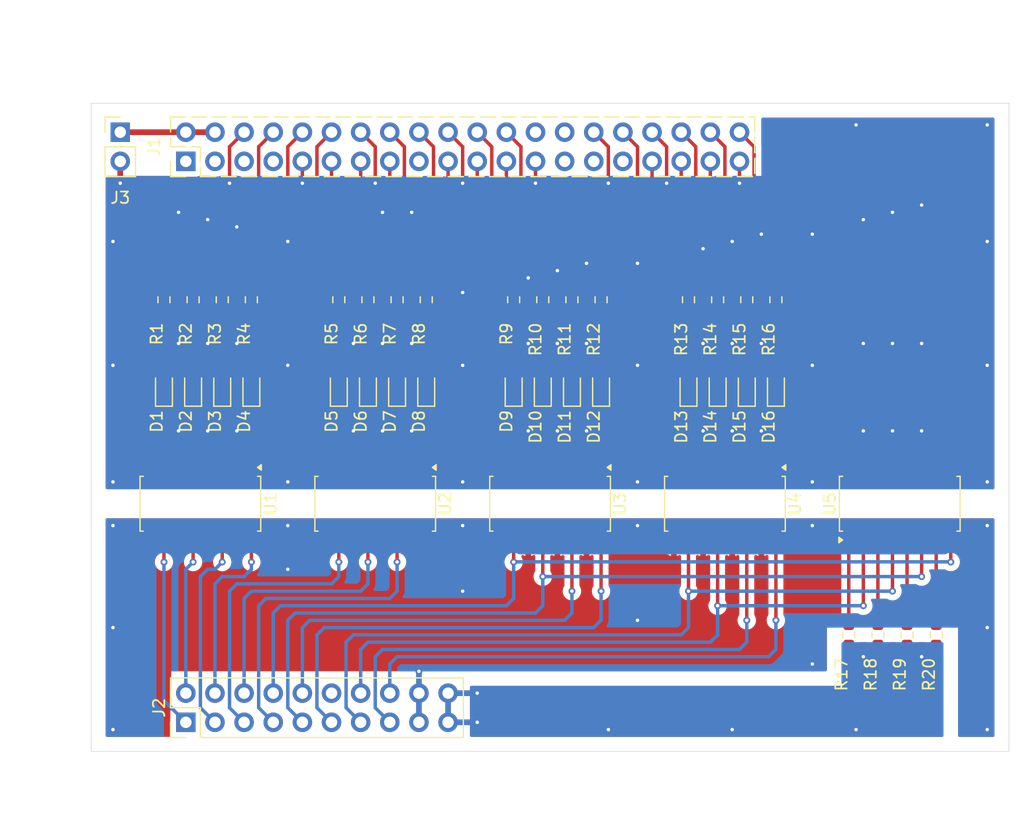
<source format=kicad_pcb>
(kicad_pcb (version 20241229) (generator "pcbnew") (generator_version "9.0")
  (layers (0 "F.Cu" signal) (2 "B.Cu" signal) (13 "F.Paste" user) (15 "B.Paste" user) (5 "F.SilkS" user "F.Silkscreen") (7 "B.SilkS" user "B.Silkscreen") (1 "F.Mask" user) (3 "B.Mask" user) (25 "Edge.Cuts" user))
  (net 0 "")
  (net 1 "Net-(D1-K)")
  (net 2 "Net-(D1-A)")
  (net 3 "Net-(D2-A)")
  (net 4 "Net-(D2-K)")
  (net 5 "Net-(D3-A)")
  (net 6 "Net-(D3-K)")
  (net 7 "Net-(D4-K)")
  (net 8 "Net-(D4-A)")
  (net 9 "Net-(D5-K)")
  (net 10 "Net-(D5-A)")
  (net 11 "Net-(D6-K)")
  (net 12 "Net-(D6-A)")
  (net 13 "Net-(D7-A)")
  (net 14 "Net-(D7-K)")
  (net 15 "Net-(D8-A)")
  (net 16 "Net-(D8-K)")
  (net 17 "Net-(D9-A)")
  (net 18 "Net-(D9-K)")
  (net 19 "Net-(D10-K)")
  (net 20 "Net-(D10-A)")
  (net 21 "Net-(D11-A)")
  (net 22 "Net-(D11-K)")
  (net 23 "Net-(D12-A)")
  (net 24 "Net-(D12-K)")
  (net 25 "Net-(D13-K)")
  (net 26 "Net-(D13-A)")
  (net 27 "Net-(D14-K)")
  (net 28 "Net-(D14-A)")
  (net 29 "Net-(D15-K)")
  (net 30 "Net-(D15-A)")
  (net 31 "Net-(D16-K)")
  (net 32 "Net-(D16-A)")
  (net 33 "/LEFT")
  (net 34 "/PS")
  (net 35 "/P1")
  (net 36 "/RIGHT")
  (net 37 "/K2")
  (net 38 "/P4")
  (net 39 "/P3")
  (net 40 "/K4")
  (net 41 "/P2")
  (net 42 "/SHARE")
  (net 43 "/OPT")
  (net 44 "/K3")
  (net 45 "/UP")
  (net 46 "/K1")
  (net 47 "/DOWN")
  (net 49 "/GND1")
  (net 50 "/VCC")
  (net 51 "/GND2")
  (net 52 "/GPIO26")
  (net 53 "/GPIO25")
  (net 54 "/GPIO10")
  (net 55 "/GPIO20")
  (net 56 "/GPIO21")
  (net 57 "/GPIO27")
  (net 58 "/GPIO12")
  (net 59 "/GPIO15")
  (net 60 "/GPIO24")
  (net 61 "/GPIO16")
  (net 62 "/GPIO18")
  (net 63 "/GPIO23")
  (net 64 "/GPIO22")
  (net 65 "/GPIO17")
  (net 66 "/GPIO11")
  (net 67 "/GPIO8")
  (net 68 "/GPIO14")
  (net 69 "/GPIO13")
  (net 70 "/GPIO9")
  (net 71 "/GPIO19")
  (net 74 "Net-(J3-Pin_1)")
  (net 84 "Net-(R17-Pad2)")
  (net 85 "Net-(R18-Pad2)")
  (net 86 "Net-(R19-Pad2)")
  (net 87 "Net-(R20-Pad2)")
  (footprint "LED_SMD:LED_0603_1608Metric_Pad1.05x0.95mm_HandSolder" (layer "F.Cu") (at 59.055 73.66 90)
    (property "Reference" "D2")
    (property "Value" "LED_Small")
  )
  (footprint "Connector_PinHeader_2.54mm:PinHeader_1x02_P2.54mm_Vertical" (layer "F.Cu") (at 52.705 51.435)
    (property "Reference" "J3")
    (property "Value" "Conn_01x02")
  )
  (footprint "Resistor_SMD:R_0603_1608Metric_Pad0.98x0.95mm_HandSolder" (layer "F.Cu") (at 89.535 66.04 90)
    (property "Reference" "R10")
    (property "Value" "10")
  )
  (footprint "LED_SMD:LED_0603_1608Metric_Pad1.05x0.95mm_HandSolder" (layer "F.Cu") (at 102.235 73.66 90)
    (property "Reference" "D13")
    (property "Value" "LED_Small")
  )
  (footprint "LED_SMD:LED_0603_1608Metric_Pad1.05x0.95mm_HandSolder" (layer "F.Cu") (at 94.615 73.66 90)
    (property "Reference" "D12")
    (property "Value" "LED_Small")
  )
  (footprint "Resistor_SMD:R_0603_1608Metric_Pad0.98x0.95mm_HandSolder" (layer "F.Cu") (at 94.615 66.04 90)
    (property "Reference" "R12")
    (property "Value" "10")
  )
  (footprint "LED_SMD:LED_0603_1608Metric_Pad1.05x0.95mm_HandSolder" (layer "F.Cu") (at 71.755 73.66 90)
    (property "Reference" "D5")
    (property "Value" "LED_Small")
  )
  (footprint "Resistor_SMD:R_0603_1608Metric_Pad0.98x0.95mm_HandSolder" (layer "F.Cu") (at 64.135 66.04 90)
    (property "Reference" "R4")
    (property "Value" "10")
  )
  (footprint "LED_SMD:LED_0603_1608Metric_Pad1.05x0.95mm_HandSolder" (layer "F.Cu") (at 89.535 73.66 90)
    (property "Reference" "D10")
    (property "Value" "LED_Small")
  )
  (footprint "LED_SMD:LED_0603_1608Metric_Pad1.05x0.95mm_HandSolder" (layer "F.Cu") (at 86.995 73.66 90)
    (property "Reference" "D9")
    (property "Value" "LED_Small")
  )
  (footprint "Resistor_SMD:R_0603_1608Metric_Pad0.98x0.95mm_HandSolder" (layer "F.Cu") (at 71.755 66.04 90)
    (property "Reference" "R5")
    (property "Value" "10")
  )
  (footprint "Resistor_SMD:R_0603_1608Metric_Pad0.98x0.95mm_HandSolder" (layer "F.Cu") (at 86.995 66.04 90)
    (property "Reference" "R9")
    (property "Value" "10")
  )
  (footprint "Package_SO:SOIC-16_4.55x10.3mm_P1.27mm" (layer "F.Cu") (at 90.17 83.82 -90)
    (property "Reference" "U3")
    (property "Value" "TLP293-4")
  )
  (footprint "Package_SO:SOIC-16_4.55x10.3mm_P1.27mm" (layer "F.Cu") (at 74.93 83.82 -90)
    (property "Reference" "U2")
    (property "Value" "TLP293-4")
  )
  (footprint "Resistor_SMD:R_0603_1608Metric_Pad0.98x0.95mm_HandSolder" (layer "F.Cu") (at 76.835 66.04 90)
    (property "Reference" "R7")
    (property "Value" "10")
  )
  (footprint "LED_SMD:LED_0603_1608Metric_Pad1.05x0.95mm_HandSolder" (layer "F.Cu") (at 109.855 73.66 90)
    (property "Reference" "D16")
    (property "Value" "LED_Small")
  )
  (footprint "Resistor_SMD:R_0603_1608Metric_Pad0.98x0.95mm_HandSolder" (layer "F.Cu") (at 116.205 95.25 90)
    (property "Reference" "R17")
    (property "Value" "680")
  )
  (footprint "LED_SMD:LED_0603_1608Metric_Pad1.05x0.95mm_HandSolder" (layer "F.Cu") (at 64.135 73.66 90)
    (property "Reference" "D4")
    (property "Value" "LED_Small")
  )
  (footprint "Connector_PinHeader_2.54mm:PinHeader_2x10_P2.54mm_Vertical" (layer "F.Cu") (at 58.42 102.87 90)
    (property "Reference" "J2")
    (property "Value" "Conn_01x20")
  )
  (footprint "Resistor_SMD:R_0603_1608Metric_Pad0.98x0.95mm_HandSolder" (layer "F.Cu") (at 102.235 66.04 90)
    (property "Reference" "R13")
    (property "Value" "10")
  )
  (footprint "Resistor_SMD:R_0603_1608Metric_Pad0.98x0.95mm_HandSolder" (layer "F.Cu") (at 61.595 66.04 90)
    (property "Reference" "R3")
    (property "Value" "10")
  )
  (footprint "Resistor_SMD:R_0603_1608Metric_Pad0.98x0.95mm_HandSolder" (layer "F.Cu") (at 118.745 95.25 90)
    (property "Reference" "R18")
    (property "Value" "680")
  )
  (footprint "LED_SMD:LED_0603_1608Metric_Pad1.05x0.95mm_HandSolder" (layer "F.Cu") (at 107.315 73.66 90)
    (property "Reference" "D15")
    (property "Value" "LED_Small")
  )
  (footprint "Package_SO:SOIC-16_4.55x10.3mm_P1.27mm" (layer "F.Cu") (at 59.69 83.82 -90)
    (property "Reference" "U1")
    (property "Value" "TLP293-4")
  )
  (footprint "LED_SMD:LED_0603_1608Metric_Pad1.05x0.95mm_HandSolder" (layer "F.Cu") (at 92.075 73.66 90)
    (property "Reference" "D11")
    (property "Value" "LED_Small")
  )
  (footprint "LED_SMD:LED_0603_1608Metric_Pad1.05x0.95mm_HandSolder" (layer "F.Cu") (at 56.515 73.66 90)
    (property "Reference" "D1")
    (property "Value" "LED_Small")
  )
  (footprint "Resistor_SMD:R_0603_1608Metric_Pad0.98x0.95mm_HandSolder" (layer "F.Cu") (at 109.855 66.04 90)
    (property "Reference" "R16")
    (property "Value" "10")
  )
  (footprint "LED_SMD:LED_0603_1608Metric_Pad1.05x0.95mm_HandSolder" (layer "F.Cu") (at 76.835 73.66 90)
    (property "Reference" "D7")
    (property "Value" "LED_Small")
  )
  (footprint "Resistor_SMD:R_0603_1608Metric_Pad0.98x0.95mm_HandSolder" (layer "F.Cu") (at 59.055 66.04 90)
    (property "Reference" "R2")
    (property "Value" "10")
  )
  (footprint "LED_SMD:LED_0603_1608Metric_Pad1.05x0.95mm_HandSolder" (layer "F.Cu") (at 74.295 73.66 90)
    (property "Reference" "D6")
    (property "Value" "LED_Small")
  )
  (footprint "Package_SO:SOIC-16_4.55x10.3mm_P1.27mm" (layer "F.Cu") (at 105.41 83.82 -90)
    (property "Reference" "U4")
    (property "Value" "TLP293-4")
  )
  (footprint "Resistor_SMD:R_0603_1608Metric_Pad0.98x0.95mm_HandSolder" (layer "F.Cu") (at 79.375 66.04 90)
    (property "Reference" "R8")
    (property "Value" "10")
  )
  (footprint "Resistor_SMD:R_0603_1608Metric_Pad0.98x0.95mm_HandSolder" (layer "F.Cu") (at 92.075 66.04 90)
    (property "Reference" "R11")
    (property "Value" "10")
  )
  (footprint "Resistor_SMD:R_0603_1608Metric_Pad0.98x0.95mm_HandSolder" (layer "F.Cu") (at 121.285 95.25 90)
    (property "Reference" "R19")
    (property "Value" "680")
  )
  (footprint "LED_SMD:LED_0603_1608Metric_Pad1.05x0.95mm_HandSolder" (layer "F.Cu") (at 104.775 73.66 90)
    (property "Reference" "D14")
    (property "Value" "LED_Small")
  )
  (footprint "Resistor_SMD:R_0603_1608Metric_Pad0.98x0.95mm_HandSolder" (layer "F.Cu") (at 107.315 66.04 90)
    (property "Reference" "R15")
    (property "Value" "10")
  )
  (footprint "Package_SO:SOIC-16_4.55x10.3mm_P1.27mm" (layer "F.Cu") (at 120.65 83.82 90)
    (property "Reference" "U5")
    (property "Value" "TLP293-4")
  )
  (footprint "LED_SMD:LED_0603_1608Metric_Pad1.05x0.95mm_HandSolder" (layer "F.Cu") (at 61.595 73.66 90)
    (property "Reference" "D3")
    (property "Value" "LED_Small")
  )
  (footprint "Resistor_SMD:R_0603_1608Metric_Pad0.98x0.95mm_HandSolder" (layer "F.Cu") (at 123.825 95.25 90)
    (property "Reference" "R20")
    (property "Value" "680")
  )
  (footprint "Resistor_SMD:R_0603_1608Metric_Pad0.98x0.95mm_HandSolder" (layer "F.Cu") (at 56.515 66.04 90)
    (property "Reference" "R1")
    (property "Value" "10")
  )
  (footprint "Resistor_SMD:R_0603_1608Metric_Pad0.98x0.95mm_HandSolder" (layer "F.Cu") (at 104.775 66.04 90)
    (property "Reference" "R14")
    (property "Value" "10")
  )
  (footprint "LED_SMD:LED_0603_1608Metric_Pad1.05x0.95mm_HandSolder" (layer "F.Cu") (at 79.375 73.66 90)
    (property "Reference" "D8")
    (property "Value" "LED_Small")
  )
  (footprint "Resistor_SMD:R_0603_1608Metric_Pad0.98x0.95mm_HandSolder" (layer "F.Cu") (at 74.295 66.04 90)
    (property "Reference" "R6")
    (property "Value" "10")
  )
  (footprint "Connector_PinSocket_2.54mm:PinSocket_2x20_P2.54mm_Vertical" (layer "B.Cu") (at 58.42 53.975 -90)
    (property "Reference" "J1")
    (property "Value" "Raspberry_Pi_2_3")
  )
  (gr_rect (start 50.165 48.91) (end 130.165 105.41) (stroke (width 0.05)) (fill no) (layer "Edge.Cuts"))
  (segment (start 56.515 80.57) (end 56.515 74.535) (width 0.3) (layer "F.Cu") (net 1))
  (segment (start 56.515 66.9525) (end 56.515 72.785) (width 0.3) (layer "F.Cu") (net 2))
  (segment (start 59.055 72.785) (end 59.055 66.9525) (width 0.3) (layer "F.Cu") (net 3))
  (segment (start 59.055 80.57) (end 59.055 74.535) (width 0.3) (layer "F.Cu") (net 4))
  (segment (start 61.595 66.9525) (end 61.595 72.785) (width 0.3) (layer "F.Cu") (net 5))
  (segment (start 61.595 80.57) (end 61.595 74.535) (width 0.3) (layer "F.Cu") (net 6))
  (segment (start 64.135 80.57) (end 64.135 74.535) (width 0.3) (layer "F.Cu") (net 7))
  (segment (start 64.135 72.785) (end 64.135 66.9525) (width 0.3) (layer "F.Cu") (net 8))
  (segment (start 71.755 80.57) (end 71.755 74.535) (width 0.3) (layer "F.Cu") (net 9))
  (segment (start 71.755 72.785) (end 71.755 66.9525) (width 0.3) (layer "F.Cu") (net 10))
  (segment (start 74.295 74.535) (end 74.295 80.57) (width 0.3) (layer "F.Cu") (net 11))
  (segment (start 74.295 66.9525) (end 74.295 72.785) (width 0.3) (layer "F.Cu") (net 12))
  (segment (start 76.835 72.785) (end 76.835 66.9525) (width 0.3) (layer "F.Cu") (net 13))
  (segment (start 76.835 74.535) (end 76.835 80.57) (width 0.3) (layer "F.Cu") (net 14))
  (segment (start 79.375 66.9525) (end 79.375 72.785) (width 0.3) (layer "F.Cu") (net 15))
  (segment (start 79.375 74.535) (end 79.375 80.57) (width 0.3) (layer "F.Cu") (net 16))
  (segment (start 86.995 72.785) (end 86.995 66.9525) (width 0.3) (layer "F.Cu") (net 17))
  (segment (start 86.995 74.535) (end 86.995 80.57) (width 0.3) (layer "F.Cu") (net 18))
  (segment (start 89.535 80.57) (end 89.535 74.535) (width 0.3) (layer "F.Cu") (net 19))
  (segment (start 89.535 66.9525) (end 89.535 72.785) (width 0.3) (layer "F.Cu") (net 20))
  (segment (start 92.075 72.785) (end 92.075 66.9525) (width 0.3) (layer "F.Cu") (net 21))
  (segment (start 92.075 74.535) (end 92.075 80.57) (width 0.3) (layer "F.Cu") (net 22))
  (segment (start 94.615 66.9525) (end 94.615 72.785) (width 0.3) (layer "F.Cu") (net 23))
  (segment (start 94.615 80.57) (end 94.615 74.535) (width 0.3) (layer "F.Cu") (net 24))
  (segment (start 102.235 74.535) (end 102.235 80.57) (width 0.3) (layer "F.Cu") (net 25))
  (segment (start 102.235 72.785) (end 102.235 66.9525) (width 0.3) (layer "F.Cu") (net 26))
  (segment (start 104.775 80.57) (end 104.775 74.535) (width 0.3) (layer "F.Cu") (net 27))
  (segment (start 104.775 66.9525) (end 104.775 72.785) (width 0.3) (layer "F.Cu") (net 28))
  (segment (start 107.315 74.535) (end 107.315 80.57) (width 0.3) (layer "F.Cu") (net 29))
  (segment (start 107.315 72.785) (end 107.315 66.9525) (width 0.3) (layer "F.Cu") (net 30))
  (segment (start 109.855 80.57) (end 109.855 74.535) (width 0.3) (layer "F.Cu") (net 31))
  (segment (start 109.855 66.9525) (end 109.855 72.785) (width 0.3) (layer "F.Cu") (net 32))
  (segment (start 64.135 87.07) (end 64.135 88.9) (width 0.3) (layer "F.Cu") (net 33))
  (via (at 64.135 88.9) (size 0.6) (drill 0.3) (layers "F.Cu" "B.Cu") (net 33))
  (segment (start 64.135 89.535) (end 64.135 88.9) (width 0.3) (layer "B.Cu") (net 33))
  (segment (start 63.5 90.17) (end 64.135 89.535) (width 0.3) (layer "B.Cu") (net 33))
  (segment (start 61.595 90.17) (end 63.5 90.17) (width 0.3) (layer "B.Cu") (net 33))
  (segment (start 60.96 90.805) (end 61.595 90.17) (width 0.3) (layer "B.Cu") (net 33))
  (segment (start 60.96 100.33) (end 60.96 90.805) (width 0.3) (layer "B.Cu") (net 33))
  (segment (start 74.295 87.07) (end 74.295 88.9) (width 0.3) (layer "F.Cu") (net 34))
  (via (at 74.295 88.9) (size 0.6) (drill 0.3) (layers "F.Cu" "B.Cu") (net 34))
  (segment (start 63.5 92.075) (end 63.5 100.33) (width 0.3) (layer "B.Cu") (net 34))
  (segment (start 74.295 88.9) (end 74.295 90.805) (width 0.3) (layer "B.Cu") (net 34))
  (segment (start 74.295 90.805) (end 73.66 91.44) (width 0.3) (layer "B.Cu") (net 34))
  (segment (start 64.135 91.44) (end 63.5 92.075) (width 0.3) (layer "B.Cu") (net 34))
  (segment (start 73.66 91.44) (end 64.135 91.44) (width 0.3) (layer "B.Cu") (net 34))
  (segment (start 86.995 88.9) (end 86.995 87.07) (width 0.3) (layer "F.Cu") (net 35))
  (segment (start 125.095 88.9) (end 125.095 87.07) (width 0.3) (layer "F.Cu") (net 35))
  (via (at 125.095 88.9) (size 0.6) (drill 0.3) (layers "F.Cu" "B.Cu") (net 35))
  (via (at 86.995 88.9) (size 0.6) (drill 0.3) (layers "F.Cu" "B.Cu") (net 35))
  (segment (start 66.04 93.345) (end 66.04 100.33) (width 0.3) (layer "B.Cu") (net 35))
  (segment (start 86.995 88.9) (end 86.995 92.075) (width 0.3) (layer "B.Cu") (net 35))
  (segment (start 86.995 92.075) (end 86.36 92.71) (width 0.3) (layer "B.Cu") (net 35))
  (segment (start 125.079 88.884) (end 87.011 88.884) (width 0.3) (layer "B.Cu") (net 35))
  (segment (start 86.36 92.71) (end 66.675 92.71) (width 0.3) (layer "B.Cu") (net 35))
  (segment (start 66.675 92.71) (end 66.04 93.345) (width 0.3) (layer "B.Cu") (net 35))
  (segment (start 125.095 88.9) (end 125.079 88.884) (width 0.3) (layer "B.Cu") (net 35))
  (segment (start 87.011 88.884) (end 86.995 88.9) (width 0.3) (layer "B.Cu") (net 35))
  (segment (start 61.595 87.07) (end 61.595 88.9) (width 0.3) (layer "F.Cu") (net 36))
  (via (at 61.595 88.9) (size 0.6) (drill 0.3) (layers "F.Cu" "B.Cu") (net 36))
  (segment (start 60.96 102.87) (end 59.69 101.6) (width 0.3) (layer "B.Cu") (net 36))
  (segment (start 59.69 90.17) (end 60.325 89.535) (width 0.3) (layer "B.Cu") (net 36))
  (segment (start 60.325 89.535) (end 60.96 89.535) (width 0.3) (layer "B.Cu") (net 36))
  (segment (start 59.69 101.6) (end 59.69 90.17) (width 0.3) (layer "B.Cu") (net 36))
  (segment (start 60.96 89.535) (end 61.595 88.9) (width 0.3) (layer "B.Cu") (net 36))
  (segment (start 117.475 92.71) (end 117.475 87.07) (width 0.3) (layer "F.Cu") (net 37))
  (segment (start 104.775 92.71) (end 104.775 87.07) (width 0.3) (layer "F.Cu") (net 37))
  (via (at 117.475 92.71) (size 0.6) (drill 0.3) (layers "F.Cu" "B.Cu") (net 37))
  (via (at 104.775 92.71) (size 0.6) (drill 0.3) (layers "F.Cu" "B.Cu") (net 37))
  (segment (start 74.295 95.885) (end 73.66 96.52) (width 0.3) (layer "B.Cu") (net 37))
  (segment (start 104.775 92.71) (end 104.775 95.25) (width 0.3) (layer "B.Cu") (net 37))
  (segment (start 117.475 92.71) (end 104.775 92.71) (width 0.3) (layer "B.Cu") (net 37))
  (segment (start 104.14 95.885) (end 74.295 95.885) (width 0.3) (layer "B.Cu") (net 37))
  (segment (start 73.66 96.52) (end 73.66 100.33) (width 0.3) (layer "B.Cu") (net 37))
  (segment (start 104.775 95.25) (end 104.14 95.885) (width 0.3) (layer "B.Cu") (net 37))
  (segment (start 94.615 91.44) (end 94.615 87.07) (width 0.3) (layer "F.Cu") (net 38))
  (via (at 94.615 91.44) (size 0.6) (drill 0.3) (layers "F.Cu" "B.Cu") (net 38))
  (segment (start 69.85 101.6) (end 71.12 102.87) (width 0.3) (layer "B.Cu") (net 38))
  (segment (start 93.98 94.615) (end 70.485 94.615) (width 0.3) (layer "B.Cu") (net 38))
  (segment (start 94.615 93.98) (end 93.98 94.615) (width 0.3) (layer "B.Cu") (net 38))
  (segment (start 94.615 91.44) (end 94.615 93.98) (width 0.3) (layer "B.Cu") (net 38))
  (segment (start 69.85 95.25) (end 69.85 101.6) (width 0.3) (layer "B.Cu") (net 38))
  (segment (start 70.485 94.615) (end 69.85 95.25) (width 0.3) (layer "B.Cu") (net 38))
  (segment (start 92.075 91.44) (end 92.075 87.07) (width 0.3) (layer "F.Cu") (net 39))
  (via (at 92.075 91.44) (size 0.6) (drill 0.3) (layers "F.Cu" "B.Cu") (net 39))
  (segment (start 91.44 93.98) (end 69.215 93.98) (width 0.3) (layer "B.Cu") (net 39))
  (segment (start 92.075 91.44) (end 92.075 93.345) (width 0.3) (layer "B.Cu") (net 39))
  (segment (start 68.58 94.615) (end 68.58 100.33) (width 0.3) (layer "B.Cu") (net 39))
  (segment (start 69.215 93.98) (end 68.58 94.615) (width 0.3) (layer "B.Cu") (net 39))
  (segment (start 92.075 93.345) (end 91.44 93.98) (width 0.3) (layer "B.Cu") (net 39))
  (segment (start 109.855 93.98) (end 109.855 87.07) (width 0.3) (layer "F.Cu") (net 40))
  (via (at 109.855 93.98) (size 0.6) (drill 0.3) (layers "F.Cu" "B.Cu") (net 40))
  (segment (start 109.855 96.52) (end 109.22 97.155) (width 0.3) (layer "B.Cu") (net 40))
  (segment (start 76.835 97.155) (end 76.2 97.79) (width 0.3) (layer "B.Cu") (net 40))
  (segment (start 109.855 93.98) (end 109.855 96.52) (width 0.3) (layer "B.Cu") (net 40))
  (segment (start 109.22 97.155) (end 76.835 97.155) (width 0.3) (layer "B.Cu") (net 40))
  (segment (start 76.2 97.79) (end 76.2 100.33) (width 0.3) (layer "B.Cu") (net 40))
  (segment (start 122.555 90.17) (end 122.555 87.07) (width 0.3) (layer "F.Cu") (net 41))
  (segment (start 89.535 90.17) (end 89.535 87.07) (width 0.3) (layer "F.Cu") (net 41))
  (via (at 89.535 90.17) (size 0.6) (drill 0.3) (layers "F.Cu" "B.Cu") (net 41))
  (via (at 122.555 90.17) (size 0.6) (drill 0.3) (layers "F.Cu" "B.Cu") (net 41))
  (segment (start 89.535 90.17) (end 89.535 92.71) (width 0.3) (layer "B.Cu") (net 41))
  (segment (start 89.535 92.71) (end 88.9 93.345) (width 0.3) (layer "B.Cu") (net 41))
  (segment (start 67.945 93.345) (end 67.31 93.98) (width 0.3) (layer "B.Cu") (net 41))
  (segment (start 67.31 93.98) (end 67.31 101.6) (width 0.3) (layer "B.Cu") (net 41))
  (segment (start 122.555 90.17) (end 89.535 90.17) (width 0.3) (layer "B.Cu") (net 41))
  (segment (start 67.31 101.6) (end 68.58 102.87) (width 0.3) (layer "B.Cu") (net 41))
  (segment (start 88.9 93.345) (end 67.945 93.345) (width 0.3) (layer "B.Cu") (net 41))
  (segment (start 71.755 87.07) (end 71.755 88.9) (width 0.3) (layer "F.Cu") (net 42))
  (via (at 71.755 88.9) (size 0.6) (drill 0.3) (layers "F.Cu" "B.Cu") (net 42))
  (segment (start 63.5 102.87) (end 62.23 101.6) (width 0.3) (layer "B.Cu") (net 42))
  (segment (start 62.865 90.805) (end 71.12 90.805) (width 0.3) (layer "B.Cu") (net 42))
  (segment (start 71.755 90.17) (end 71.755 88.9) (width 0.3) (layer "B.Cu") (net 42))
  (segment (start 71.12 90.805) (end 71.755 90.17) (width 0.3) (layer "B.Cu") (net 42))
  (segment (start 62.23 101.6) (end 62.23 91.44) (width 0.3) (layer "B.Cu") (net 42))
  (segment (start 62.23 91.44) (end 62.865 90.805) (width 0.3) (layer "B.Cu") (net 42))
  (segment (start 76.835 87.07) (end 76.835 88.9) (width 0.3) (layer "F.Cu") (net 43))
  (via (at 76.835 88.9) (size 0.6) (drill 0.3) (layers "F.Cu" "B.Cu") (net 43))
  (segment (start 66.04 102.87) (end 64.77 101.6) (width 0.3) (layer "B.Cu") (net 43))
  (segment (start 76.835 91.44) (end 76.835 88.9) (width 0.3) (layer "B.Cu") (net 43))
  (segment (start 64.77 101.6) (end 64.77 92.71) (width 0.3) (layer "B.Cu") (net 43))
  (segment (start 64.77 92.71) (end 65.405 92.075) (width 0.3) (layer "B.Cu") (net 43))
  (segment (start 76.2 92.075) (end 76.835 91.44) (width 0.3) (layer "B.Cu") (net 43))
  (segment (start 65.405 92.075) (end 76.2 92.075) (width 0.3) (layer "B.Cu") (net 43))
  (segment (start 107.315 93.98) (end 107.315 87.07) (width 0.3) (layer "F.Cu") (net 44))
  (via (at 107.315 93.98) (size 0.6) (drill 0.3) (layers "F.Cu" "B.Cu") (net 44))
  (segment (start 75.565 96.52) (end 74.93 97.155) (width 0.3) (layer "B.Cu") (net 44))
  (segment (start 74.93 97.155) (end 74.93 101.6) (width 0.3) (layer "B.Cu") (net 44))
  (segment (start 107.315 93.98) (end 107.315 95.885) (width 0.3) (layer "B.Cu") (net 44))
  (segment (start 74.93 101.6) (end 76.2 102.87) (width 0.3) (layer "B.Cu") (net 44))
  (segment (start 106.68 96.52) (end 75.565 96.52) (width 0.3) (layer "B.Cu") (net 44))
  (segment (start 107.315 95.885) (end 106.68 96.52) (width 0.3) (layer "B.Cu") (net 44))
  (segment (start 56.515 88.9) (end 56.515 87.07) (width 0.3) (layer "F.Cu") (net 45))
  (via (at 56.515 88.9) (size 0.6) (drill 0.3) (layers "F.Cu" "B.Cu") (net 45))
  (segment (start 58.42 102.87) (end 56.515 100.965) (width 0.3) (layer "B.Cu") (net 45))
  (segment (start 56.515 100.965) (end 56.515 88.9) (width 0.3) (layer "B.Cu") (net 45))
  (segment (start 102.235 91.44) (end 102.235 87.07) (width 0.3) (layer "F.Cu") (net 46))
  (segment (start 120.015 91.44) (end 120.015 87.07) (width 0.3) (layer "F.Cu") (net 46))
  (via (at 120.015 91.44) (size 0.6) (drill 0.3) (layers "F.Cu" "B.Cu") (net 46))
  (via (at 102.235 91.44) (size 0.6) (drill 0.3) (layers "F.Cu" "B.Cu") (net 46))
  (segment (start 101.6 95.25) (end 73.025 95.25) (width 0.3) (layer "B.Cu") (net 46))
  (segment (start 102.235 94.615) (end 101.6 95.25) (width 0.3) (layer "B.Cu") (net 46))
  (segment (start 102.235 91.44) (end 102.235 94.615) (width 0.3) (layer "B.Cu") (net 46))
  (segment (start 72.39 101.6) (end 73.66 102.87) (width 0.3) (layer "B.Cu") (net 46))
  (segment (start 120.015 91.44) (end 102.235 91.44) (width 0.3) (layer "B.Cu") (net 46))
  (segment (start 73.025 95.25) (end 72.39 95.885) (width 0.3) (layer "B.Cu") (net 46))
  (segment (start 72.39 95.885) (end 72.39 101.6) (width 0.3) (layer "B.Cu") (net 46))
  (segment (start 59.055 88.9) (end 59.055 87.07) (width 0.3) (layer "F.Cu") (net 47))
  (via (at 59.055 88.9) (size 0.6) (drill 0.3) (layers "F.Cu" "B.Cu") (net 47))
  (segment (start 58.42 100.33) (end 58.42 89.535) (width 0.3) (layer "B.Cu") (net 47))
  (segment (start 58.42 89.535) (end 59.055 88.9) (width 0.3) (layer "B.Cu") (net 47))
  (via (at 113.03 97.79) (size 0.6) (drill 0.3) (layers "F.Cu" "B.Cu") (net 49))
  (via (at 52.07 94.615) (size 0.6) (drill 0.3) (layers "F.Cu" "B.Cu") (net 49))
  (via (at 128.27 85.725) (size 0.6) (drill 0.3) (layers "F.Cu" "B.Cu") (net 49))
  (via (at 78.74 98.425) (size 0.6) (drill 0.3) (layers "F.Cu" "B.Cu") (net 49))
  (via (at 128.27 103.505) (size 0.6) (drill 0.3) (layers "F.Cu" "B.Cu") (net 49))
  (via (at 82.55 91.44) (size 0.6) (drill 0.3) (layers "F.Cu" "B.Cu") (net 49))
  (via (at 67.31 85.725) (size 0.6) (drill 0.3) (layers "F.Cu" "B.Cu") (net 49))
  (via (at 97.79 85.725) (size 0.6) (drill 0.3) (layers "F.Cu" "B.Cu") (net 49))
  (via (at 113.03 85.725) (size 0.6) (drill 0.3) (layers "F.Cu" "B.Cu") (net 49))
  (via (at 52.07 85.725) (size 0.6) (drill 0.3) (layers "F.Cu" "B.Cu") (net 49))
  (via (at 82.55 85.725) (size 0.6) (drill 0.3) (layers "F.Cu" "B.Cu") (net 49))
  (via (at 52.07 103.505) (size 0.6) (drill 0.3) (layers "F.Cu" "B.Cu") (net 49))
  (via (at 97.79 93.98) (size 0.6) (drill 0.3) (layers "F.Cu" "B.Cu") (net 49))
  (via (at 128.27 94.615) (size 0.6) (drill 0.3) (layers "F.Cu" "B.Cu") (net 49))
  (via (at 67.31 89.535) (size 0.6) (drill 0.3) (layers "F.Cu" "B.Cu") (net 49))
  (segment (start 78.74 102.87) (end 78.74 98.425) (width 0.5) (layer "B.Cu") (net 49))
  (via (at 122.555 97.155) (size 0.6) (drill 0.3) (layers "F.Cu" "B.Cu") (net 50))
  (via (at 83.82 100.33) (size 0.6) (drill 0.3) (layers "F.Cu" "B.Cu") (net 50))
  (via (at 116.84 103.505) (size 0.6) (drill 0.3) (layers "F.Cu" "B.Cu") (net 50))
  (via (at 95.25 103.505) (size 0.6) (drill 0.3) (layers "F.Cu" "B.Cu") (net 50))
  (via (at 106.045 103.505) (size 0.6) (drill 0.3) (layers "F.Cu" "B.Cu") (net 50))
  (via (at 83.82 102.87) (size 0.6) (drill 0.3) (layers "F.Cu" "B.Cu") (net 50))
  (via (at 117.475 97.155) (size 0.6) (drill 0.3) (layers "F.Cu" "B.Cu") (net 50))
  (segment (start 81.28 102.87) (end 83.82 102.87) (width 0.5) (layer "B.Cu") (net 50))
  (segment (start 81.28 100.33) (end 83.82 100.33) (width 0.5) (layer "B.Cu") (net 50))
  (segment (start 81.28 102.87) (end 81.28 100.33) (width 0.5) (layer "B.Cu") (net 50))
  (segment (start 106.68 53.975) (end 106.68 55.88) (width 0.3) (layer "F.Cu") (net 51))
  (segment (start 82.55 55.88) (end 82.55 52.705) (width 0.3) (layer "F.Cu") (net 51))
  (segment (start 52.705 53.975) (end 52.705 55.88) (width 0.5) (layer "F.Cu") (net 51))
  (segment (start 73.66 51.435) (end 74.93 52.705) (width 0.3) (layer "F.Cu") (net 51))
  (segment (start 95.25 52.705) (end 93.98 51.435) (width 0.3) (layer "F.Cu") (net 51))
  (segment (start 100.33 52.705) (end 99.06 51.435) (width 0.3) (layer "F.Cu") (net 51))
  (segment (start 63.5 51.435) (end 62.23 52.705) (width 0.3) (layer "F.Cu") (net 51))
  (segment (start 88.9 53.975) (end 88.9 55.88) (width 0.3) (layer "F.Cu") (net 51))
  (segment (start 68.58 53.975) (end 68.58 55.88) (width 0.3) (layer "F.Cu") (net 51))
  (segment (start 74.93 52.705) (end 74.93 55.88) (width 0.3) (layer "F.Cu") (net 51))
  (segment (start 82.55 52.705) (end 81.28 51.435) (width 0.3) (layer "F.Cu") (net 51))
  (segment (start 95.25 55.88) (end 95.25 52.705) (width 0.3) (layer "F.Cu") (net 51))
  (segment (start 62.23 52.705) (end 62.23 55.88) (width 0.3) (layer "F.Cu") (net 51))
  (segment (start 100.33 55.88) (end 100.33 52.705) (width 0.3) (layer "F.Cu") (net 51))
  (via (at 117.475 59.055) (size 0.6) (drill 0.3) (layers "F.Cu" "B.Cu") (net 51))
  (via (at 88.265 77.47) (size 0.6) (drill 0.3) (layers "F.Cu" "B.Cu") (net 51))
  (via (at 128.27 81.915) (size 0.6) (drill 0.3) (layers "F.Cu" "B.Cu") (net 51))
  (via (at 62.865 77.47) (size 0.6) (drill 0.3) (layers "F.Cu" "B.Cu") (net 51))
  (via (at 88.265 64.135) (size 0.6) (drill 0.3) (layers "F.Cu" "B.Cu") (net 51))
  (via (at 108.585 60.325) (size 0.6) (drill 0.3) (layers "F.Cu" "B.Cu") (net 51))
  (via (at 97.79 62.865) (size 0.6) (drill 0.3) (layers "F.Cu" "B.Cu") (net 51))
  (via (at 67.31 60.96) (size 0.6) (drill 0.3) (layers "F.Cu" "B.Cu") (net 51))
  (via (at 106.045 60.96) (size 0.6) (drill 0.3) (layers "F.Cu" "B.Cu") (net 51))
  (via (at 120.015 58.42) (size 0.6) (drill 0.3) (layers "F.Cu" "B.Cu") (net 51))
  (via (at 73.025 77.47) (size 0.6) (drill 0.3) (layers "F.Cu" "B.Cu") (net 51))
  (via (at 88.265 69.85) (size 0.6) (drill 0.3) (layers "F.Cu" "B.Cu") (net 51))
  (via (at 90.805 77.47) (size 0.6) (drill 0.3) (layers "F.Cu" "B.Cu") (net 51))
  (via (at 60.325 77.47) (size 0.6) (drill 0.3) (layers "F.Cu" "B.Cu") (net 51))
  (via (at 75.565 77.47) (size 0.6) (drill 0.3) (layers "F.Cu" "B.Cu") (net 51))
  (via (at 75.565 58.42) (size 0.6) (drill 0.3) (layers "F.Cu" "B.Cu") (net 51))
  (via (at 93.345 62.865) (size 0.6) (drill 0.3) (layers "F.Cu" "B.Cu") (net 51))
  (via (at 93.345 69.85) (size 0.6) (drill 0.3) (layers "F.Cu" "B.Cu") (net 51))
  (via (at 120.015 77.47) (size 0.6) (drill 0.3) (layers "F.Cu" "B.Cu") (net 51))
  (via (at 62.865 69.85) (size 0.6) (drill 0.3) (layers "F.Cu" "B.Cu") (net 51))
  (via (at 68.58 55.88) (size 0.6) (drill 0.3) (layers "F.Cu" "B.Cu") (net 51))
  (via (at 52.07 81.915) (size 0.6) (drill 0.3) (layers "F.Cu" "B.Cu") (net 51))
  (via (at 97.79 71.755) (size 0.6) (drill 0.3) (layers "F.Cu" "B.Cu") (net 51))
  (via (at 82.55 71.755) (size 0.6) (drill 0.3) (layers "F.Cu" "B.Cu") (net 51))
  (via (at 74.93 55.88) (size 0.6) (drill 0.3) (layers "F.Cu" "B.Cu") (net 51))
  (via (at 57.785 77.47) (size 0.6) (drill 0.3) (layers "F.Cu" "B.Cu") (net 51))
  (via (at 106.045 69.85) (size 0.6) (drill 0.3) (layers "F.Cu" "B.Cu") (net 51))
  (via (at 90.805 63.5) (size 0.6) (drill 0.3) (layers "F.Cu" "B.Cu") (net 51))
  (via (at 62.865 59.69) (size 0.6) (drill 0.3) (layers "F.Cu" "B.Cu") (net 51))
  (via (at 52.07 60.96) (size 0.6) (drill 0.3) (layers "F.Cu" "B.Cu") (net 51))
  (via (at 88.9 55.88) (size 0.6) (drill 0.3) (layers "F.Cu" "B.Cu") (net 51))
  (via (at 60.325 69.85) (size 0.6) (drill 0.3) (layers "F.Cu" "B.Cu") (net 51))
  (via (at 95.25 55.88) (size 0.6) (drill 0.3) (layers "F.Cu" "B.Cu") (net 51))
  (via (at 52.07 71.755) (size 0.6) (drill 0.3) (layers "F.Cu" "B.Cu") (net 51))
  (via (at 90.805 69.85) (size 0.6) (drill 0.3) (layers "F.Cu" "B.Cu") (net 51))
  (via (at 113.03 81.915) (size 0.6) (drill 0.3) (layers "F.Cu" "B.Cu") (net 51))
  (via (at 52.705 55.88) (size 0.6) (drill 0.3) (layers "F.Cu" "B.Cu") (net 51))
  (via (at 93.345 77.47) (size 0.6) (drill 0.3) (layers "F.Cu" "B.Cu") (net 51))
  (via (at 117.475 77.47) (size 0.6) (drill 0.3) (layers "F.Cu" "B.Cu") (net 51))
  (via (at 97.79 81.915) (size 0.6) (drill 0.3) (layers "F.Cu" "B.Cu") (net 51))
  (via (at 57.785 58.42) (size 0.6) (drill 0.3) (layers "F.Cu" "B.Cu") (net 51))
  (via (at 82.55 81.915) (size 0.6) (drill 0.3) (layers "F.Cu" "B.Cu") (net 51))
  (via (at 117.475 69.85) (size 0.6) (drill 0.3) (layers "F.Cu" "B.Cu") (net 51))
  (via (at 75.565 69.85) (size 0.6) (drill 0.3) (layers "F.Cu" "B.Cu") (net 51))
  (via (at 103.505 69.85) (size 0.6) (drill 0.3) (layers "F.Cu" "B.Cu") (net 51))
  (via (at 60.325 59.055) (size 0.6) (drill 0.3) (layers "F.Cu" "B.Cu") (net 51))
  (via (at 122.555 69.85) (size 0.6) (drill 0.3) (layers "F.Cu" "B.Cu") (net 51))
  (via (at 122.555 77.47) (size 0.6) (drill 0.3) (layers "F.Cu" "B.Cu") (net 51))
  (via (at 78.105 69.85) (size 0.6) (drill 0.3) (layers "F.Cu" "B.Cu") (net 51))
  (via (at 113.03 60.325) (size 0.6) (drill 0.3) (layers "F.Cu" "B.Cu") (net 51))
  (via (at 108.585 77.47) (size 0.6) (drill 0.3) (layers "F.Cu" "B.Cu") (net 51))
  (via (at 57.785 69.85) (size 0.6) (drill 0.3) (layers "F.Cu" "B.Cu") (net 51))
  (via (at 113.03 71.755) (size 0.6) (drill 0.3) (layers "F.Cu" "B.Cu") (net 51))
  (via (at 128.27 71.755) (size 0.6) (drill 0.3) (layers "F.Cu" "B.Cu") (net 51))
  (via (at 78.105 58.42) (size 0.6) (drill 0.3) (layers "F.Cu" "B.Cu") (net 51))
  (via (at 108.585 69.85) (size 0.6) (drill 0.3) (layers "F.Cu" "B.Cu") (net 51))
  (via (at 67.31 71.755) (size 0.6) (drill 0.3) (layers "F.Cu" "B.Cu") (net 51))
  (via (at 78.105 77.47) (size 0.6) (drill 0.3) (layers "F.Cu" "B.Cu") (net 51))
  (via (at 103.505 77.47) (size 0.6) (drill 0.3) (layers "F.Cu" "B.Cu") (net 51))
  (via (at 106.68 55.88) (size 0.6) (drill 0.3) (layers "F.Cu" "B.Cu") (net 51))
  (via (at 62.23 55.88) (size 0.6) (drill 0.3) (layers "F.Cu" "B.Cu") (net 51))
  (via (at 82.55 65.405) (size 0.6) (drill 0.3) (layers "F.Cu" "B.Cu") (net 51))
  (via (at 122.555 57.785) (size 0.6) (drill 0.3) (layers "F.Cu" "B.Cu") (net 51))
  (via (at 106.045 77.47) (size 0.6) (drill 0.3) (layers "F.Cu" "B.Cu") (net 51))
  (via (at 67.31 81.915) (size 0.6) (drill 0.3) (layers "F.Cu" "B.Cu") (net 51))
  (via (at 103.505 61.595) (size 0.6) (drill 0.3) (layers "F.Cu" "B.Cu") (net 51))
  (via (at 116.84 50.8) (size 0.6) (drill 0.3) (layers "F.Cu" "B.Cu") (net 51))
  (via (at 73.025 69.85) (size 0.6) (drill 0.3) (layers "F.Cu" "B.Cu") (net 51))
  (via (at 128.27 60.96) (size 0.6) (drill 0.3) (layers "F.Cu" "B.Cu") (net 51))
  (via (at 100.33 55.88) (size 0.6) (drill 0.3) (layers "F.Cu" "B.Cu") (net 51))
  (via (at 82.55 55.88) (size 0.6) (drill 0.3) (layers "F.Cu" "B.Cu") (net 51))
  (via (at 120.015 69.85) (size 0.6) (drill 0.3) (layers "F.Cu" "B.Cu") (net 51))
  (via (at 128.27 50.8) (size 0.6) (drill 0.3) (layers "F.Cu" "B.Cu") (net 51))
  (segment (start 118.745 80.57) (end 118.745 58.42) (width 0.3) (layer "F.Cu") (net 52))
  (segment (start 104.775 57.785) (end 104.14 57.15) (width 0.3) (layer "F.Cu") (net 52))
  (segment (start 104.14 57.15) (end 104.14 53.975) (width 0.3) (layer "F.Cu") (net 52))
  (segment (start 118.11 57.785) (end 104.775 57.785) (width 0.3) (layer "F.Cu") (net 52))
  (segment (start 118.745 58.42) (end 118.11 57.785) (width 0.3) (layer "F.Cu") (net 52))
  (segment (start 91.44 62.23) (end 85.725 62.23) (width 0.3) (layer "F.Cu") (net 53))
  (segment (start 92.075 62.865) (end 91.44 62.23) (width 0.3) (layer "F.Cu") (net 53))
  (segment (start 92.075 65.1275) (end 92.075 62.865) (width 0.3) (layer "F.Cu") (net 53))
  (segment (start 85.09 61.595) (end 85.09 52.705) (width 0.3) (layer "F.Cu") (net 53))
  (segment (start 85.725 62.23) (end 85.09 61.595) (width 0.3) (layer "F.Cu") (net 53))
  (segment (start 85.09 52.705) (end 83.82 51.435) (width 0.3) (layer "F.Cu") (net 53))
  (segment (start 81.28 62.865) (end 81.28 53.975) (width 0.3) (layer "F.Cu") (net 54))
  (segment (start 81.915 63.5) (end 81.28 62.865) (width 0.3) (layer "F.Cu") (net 54))
  (segment (start 86.36 63.5) (end 81.915 63.5) (width 0.3) (layer "F.Cu") (net 54))
  (segment (start 86.995 65.1275) (end 86.995 64.135) (width 0.3) (layer "F.Cu") (net 54))
  (segment (start 86.995 64.135) (end 86.36 63.5) (width 0.3) (layer "F.Cu") (net 54))
  (segment (start 121.285 80.57) (end 121.285 57.785) (width 0.3) (layer "F.Cu") (net 55))
  (segment (start 105.41 52.705) (end 104.14 51.435) (width 0.3) (layer "F.Cu") (net 55))
  (segment (start 120.65 57.15) (end 106.045 57.15) (width 0.3) (layer "F.Cu") (net 55))
  (segment (start 121.285 57.785) (end 120.65 57.15) (width 0.3) (layer "F.Cu") (net 55))
  (segment (start 105.41 56.515) (end 105.41 52.705) (width 0.3) (layer "F.Cu") (net 55))
  (segment (start 106.045 57.15) (end 105.41 56.515) (width 0.3) (layer "F.Cu") (net 55))
  (segment (start 123.19 56.515) (end 108.585 56.515) (width 0.3) (layer "F.Cu") (net 56))
  (segment (start 107.95 52.705) (end 106.68 51.435) (width 0.3) (layer "F.Cu") (net 56))
  (segment (start 108.585 56.515) (end 107.95 55.88) (width 0.3) (layer "F.Cu") (net 56))
  (segment (start 123.825 80.57) (end 123.825 57.15) (width 0.3) (layer "F.Cu") (net 56))
  (segment (start 107.95 55.88) (end 107.95 52.705) (width 0.3) (layer "F.Cu") (net 56))
  (segment (start 123.825 57.15) (end 123.19 56.515) (width 0.3) (layer "F.Cu") (net 56))
  (segment (start 73.66 53.975) (end 73.66 55.88) (width 0.3) (layer "F.Cu") (net 57))
  (segment (start 71.755 57.785) (end 71.755 65.1275) (width 0.3) (layer "F.Cu") (net 57))
  (segment (start 73.66 55.88) (end 71.755 57.785) (width 0.3) (layer "F.Cu") (net 57))
  (segment (start 97.79 59.69) (end 97.79 52.705) (width 0.3) (layer "F.Cu") (net 58))
  (segment (start 97.79 52.705) (end 96.52 51.435) (width 0.3) (layer "F.Cu") (net 58))
  (segment (start 104.775 65.1275) (end 104.775 60.96) (width 0.3) (layer "F.Cu") (net 58))
  (segment (start 104.775 60.96) (end 104.14 60.325) (width 0.3) (layer "F.Cu") (net 58))
  (segment (start 98.425 60.325) (end 97.79 59.69) (width 0.3) (layer "F.Cu") (net 58))
  (segment (start 104.14 60.325) (end 98.425 60.325) (width 0.3) (layer "F.Cu") (net 58))
  (segment (start 67.31 57.15) (end 67.31 52.705) (width 0.3) (layer "F.Cu") (net 59))
  (segment (start 67.31 52.705) (end 68.58 51.435) (width 0.3) (layer "F.Cu") (net 59))
  (segment (start 59.055 58.42) (end 59.69 57.785) (width 0.3) (layer "F.Cu") (net 59))
  (segment (start 59.69 57.785) (end 66.675 57.785) (width 0.3) (layer "F.Cu") (net 59))
  (segment (start 66.675 57.785) (end 67.31 57.15) (width 0.3) (layer "F.Cu") (net 59))
  (segment (start 59.055 65.1275) (end 59.055 58.42) (width 0.3) (layer "F.Cu") (net 59))
  (segment (start 80.01 57.15) (end 79.375 57.785) (width 0.3) (layer "F.Cu") (net 60))
  (segment (start 80.01 52.705) (end 80.01 57.15) (width 0.3) (layer "F.Cu") (net 60))
  (segment (start 79.375 57.785) (end 79.375 65.1275) (width 0.3) (layer "F.Cu") (net 60))
  (segment (start 78.74 51.435) (end 80.01 52.705) (width 0.3) (layer "F.Cu") (net 60))
  (segment (start 103.505 58.42) (end 115.57 58.42) (width 0.3) (layer "F.Cu") (net 61))
  (segment (start 102.87 52.705) (end 102.87 57.785) (width 0.3) (layer "F.Cu") (net 61))
  (segment (start 102.87 57.785) (end 103.505 58.42) (width 0.3) (layer "F.Cu") (net 61))
  (segment (start 115.57 58.42) (end 116.205 59.055) (width 0.3) (layer "F.Cu") (net 61))
  (segment (start 116.205 59.055) (end 116.205 80.57) (width 0.3) (layer "F.Cu") (net 61))
  (segment (start 101.6 51.435) (end 102.87 52.705) (width 0.3) (layer "F.Cu") (net 61))
  (segment (start 64.135 65.1275) (end 64.135 59.69) (width 0.3) (layer "F.Cu") (net 62))
  (segment (start 71.12 58.42) (end 71.12 53.975) (width 0.3) (layer "F.Cu") (net 62))
  (segment (start 70.485 59.055) (end 71.12 58.42) (width 0.3) (layer "F.Cu") (net 62))
  (segment (start 64.135 59.69) (end 64.77 59.055) (width 0.3) (layer "F.Cu") (net 62))
  (segment (start 64.77 59.055) (end 70.485 59.055) (width 0.3) (layer "F.Cu") (net 62))
  (segment (start 77.47 57.15) (end 76.835 57.785) (width 0.3) (layer "F.Cu") (net 63))
  (segment (start 77.47 52.705) (end 77.47 57.15) (width 0.3) (layer "F.Cu") (net 63))
  (segment (start 76.835 57.785) (end 76.835 65.1275) (width 0.3) (layer "F.Cu") (net 63))
  (segment (start 76.2 51.435) (end 77.47 52.705) (width 0.3) (layer "F.Cu") (net 63))
  (segment (start 74.295 57.785) (end 74.295 65.1275) (width 0.3) (layer "F.Cu") (net 64))
  (segment (start 76.2 55.88) (end 74.295 57.785) (width 0.3) (layer "F.Cu") (net 64))
  (segment (start 76.2 53.975) (end 76.2 55.88) (width 0.3) (layer "F.Cu") (net 64))
  (segment (start 69.215 58.42) (end 69.85 57.785) (width 0.3) (layer "F.Cu") (net 65))
  (segment (start 61.595 59.055) (end 62.23 58.42) (width 0.3) (layer "F.Cu") (net 65))
  (segment (start 61.595 65.1275) (end 61.595 59.055) (width 0.3) (layer "F.Cu") (net 65))
  (segment (start 69.85 52.705) (end 71.12 51.435) (width 0.3) (layer "F.Cu") (net 65))
  (segment (start 62.23 58.42) (end 69.215 58.42) (width 0.3) (layer "F.Cu") (net 65))
  (segment (start 69.85 57.785) (end 69.85 52.705) (width 0.3) (layer "F.Cu") (net 65))
  (segment (start 86.995 61.595) (end 86.36 60.96) (width 0.3) (layer "F.Cu") (net 66))
  (segment (start 94.615 65.1275) (end 94.615 62.23) (width 0.3) (layer "F.Cu") (net 66))
  (segment (start 93.98 61.595) (end 86.995 61.595) (width 0.3) (layer "F.Cu") (net 66))
  (segment (start 86.36 60.96) (end 86.36 53.975) (width 0.3) (layer "F.Cu") (net 66))
  (segment (start 94.615 62.23) (end 93.98 61.595) (width 0.3) (layer "F.Cu") (net 66))
  (segment (start 102.235 65.1275) (end 102.235 61.595) (width 0.3) (layer "F.Cu") (net 67))
  (segment (start 101.6 60.96) (end 88.265 60.96) (width 0.3) (layer "F.Cu") (net 67))
  (segment (start 87.63 60.325) (end 87.63 52.705) (width 0.3) (layer "F.Cu") (net 67))
  (segment (start 88.265 60.96) (end 87.63 60.325) (width 0.3) (layer "F.Cu") (net 67))
  (segment (start 102.235 61.595) (end 101.6 60.96) (width 0.3) (layer "F.Cu") (net 67))
  (segment (start 87.63 52.705) (end 86.36 51.435) (width 0.3) (layer "F.Cu") (net 67))
  (segment (start 56.515 65.1275) (end 56.515 57.785) (width 0.3) (layer "F.Cu") (net 68))
  (segment (start 64.135 57.15) (end 64.77 56.515) (width 0.3) (layer "F.Cu") (net 68))
  (segment (start 64.77 52.705) (end 66.04 51.435) (width 0.3) (layer "F.Cu") (net 68))
  (segment (start 56.515 57.785) (end 57.15 57.15) (width 0.3) (layer "F.Cu") (net 68))
  (segment (start 57.15 57.15) (end 64.135 57.15) (width 0.3) (layer "F.Cu") (net 68))
  (segment (start 64.77 56.515) (end 64.77 52.705) (width 0.3) (layer "F.Cu") (net 68))
  (segment (start 107.315 65.1275) (end 107.315 60.325) (width 0.3) (layer "F.Cu") (net 69))
  (segment (start 106.68 59.69) (end 99.695 59.69) (width 0.3) (layer "F.Cu") (net 69))
  (segment (start 99.06 59.055) (end 99.06 53.975) (width 0.3) (layer "F.Cu") (net 69))
  (segment (start 107.315 60.325) (end 106.68 59.69) (width 0.3) (layer "F.Cu") (net 69))
  (segment (start 99.695 59.69) (end 99.06 59.055) (width 0.3) (layer "F.Cu") (net 69))
  (segment (start 89.535 63.5) (end 88.9 62.865) (width 0.3) (layer "F.Cu") (net 70))
  (segment (start 88.9 62.865) (end 84.455 62.865) (width 0.3) (layer "F.Cu") (net 70))
  (segment (start 83.82 62.23) (end 83.82 53.975) (width 0.3) (layer "F.Cu") (net 70))
  (segment (start 84.455 62.865) (end 83.82 62.23) (width 0.3) (layer "F.Cu") (net 70))
  (segment (start 89.535 65.1275) (end 89.535 63.5) (width 0.3) (layer "F.Cu") (net 70))
  (segment (start 101.6 58.42) (end 101.6 53.975) (width 0.3) (layer "F.Cu") (net 71))
  (segment (start 109.855 65.1275) (end 109.855 59.69) (width 0.3) (layer "F.Cu") (net 71))
  (segment (start 109.22 59.055) (end 102.235 59.055) (width 0.3) (layer "F.Cu") (net 71))
  (segment (start 109.855 59.69) (end 109.22 59.055) (width 0.3) (layer "F.Cu") (net 71))
  (segment (start 102.235 59.055) (end 101.6 58.42) (width 0.3) (layer "F.Cu") (net 71))
  (segment (start 52.705 51.435) (end 60.96 51.435) (width 0.5) (layer "F.Cu") (net 74))
  (segment (start 116.205 94.3375) (end 116.205 87.07) (width 0.3) (layer "F.Cu") (net 84))
  (segment (start 118.745 94.3375) (end 118.745 87.07) (width 0.3) (layer "F.Cu") (net 85))
  (segment (start 121.285 94.3375) (end 121.285 87.07) (width 0.3) (layer "F.Cu") (net 86))
  (segment (start 123.825 94.3375) (end 123.825 87.07) (width 0.3) (layer "F.Cu") (net 87))
  (zone (net 51) (net_name "/GND2") (layer "F.Cu") (connect_pads (clearance 0.5)) (min_thickness 0.25) (fill yes (thermal_gap 0.5) (thermal_bridge_width 0.5))
    (polygon (pts (xy 51.435 55.245) (xy 108.585 55.245) (xy 108.585 50.165) (xy 128.905 50.165) (xy 128.905 82.55) (xy 51.435 82.55)))
  )
  (zone (net 50) (net_name "/VCC") (layer "F.Cu") (priority 2) (connect_pads (clearance 0.5)) (min_thickness 0.25) (fill yes (thermal_gap 0.5) (thermal_bridge_width 0.5))
    (polygon (pts (xy 124.46 95.885) (xy 124.46 104.14) (xy 83.185 104.14) (xy 83.185 99.695) (xy 115.57 99.695) (xy 115.57 95.885)))
  )
  (zone (net 49) (net_name "/GND1") (layer "F.Cu") (priority 3) (connect_pads (clearance 0.5)) (min_thickness 0.25) (fill yes (thermal_gap 0.5) (thermal_bridge_width 0.5))
    (polygon (pts (xy 51.435 104.14) (xy 57.15 104.14) (xy 57.15 98.425) (xy 114.3 98.425) (xy 114.3 94.615) (xy 125.73 94.615) (xy 125.73 104.14) (xy 128.905 104.14) (xy 128.905 85.09) (xy 51.435 85.09)))
  )
  (zone (net 51) (net_name "/GND2") (layer "B.Cu") (priority 4) (connect_pads (clearance 0.5)) (min_thickness 0.25) (fill yes (thermal_gap 0.5) (thermal_bridge_width 0.5))
    (polygon (pts (xy 128.905 82.55) (xy 51.435 82.55) (xy 51.435 55.245) (xy 108.585 55.245) (xy 108.585 50.165) (xy 128.905 50.165)))
  )
  (zone (net 50) (net_name "/VCC") (layer "B.Cu") (priority 5) (connect_pads (clearance 0.5)) (min_thickness 0.25) (fill yes (thermal_gap 0.5) (thermal_bridge_width 0.5))
    (polygon (pts (xy 124.46 95.885) (xy 124.46 104.14) (xy 83.185 104.14) (xy 83.185 99.695) (xy 115.57 99.695) (xy 115.57 95.885)))
  )
  (zone (net 49) (net_name "/GND1") (layer "B.Cu") (priority 1) (connect_pads (clearance 0.5)) (min_thickness 0.25) (fill yes (thermal_gap 0.5) (thermal_bridge_width 0.5))
    (polygon (pts (xy 51.435 104.14) (xy 56.515 104.14) (xy 56.515 98.425) (xy 114.3 98.425) (xy 114.3 94.615) (xy 125.73 94.615) (xy 125.73 104.14) (xy 128.905 104.14) (xy 128.905 85.09) (xy 51.435 85.09)))
  )
)
</source>
